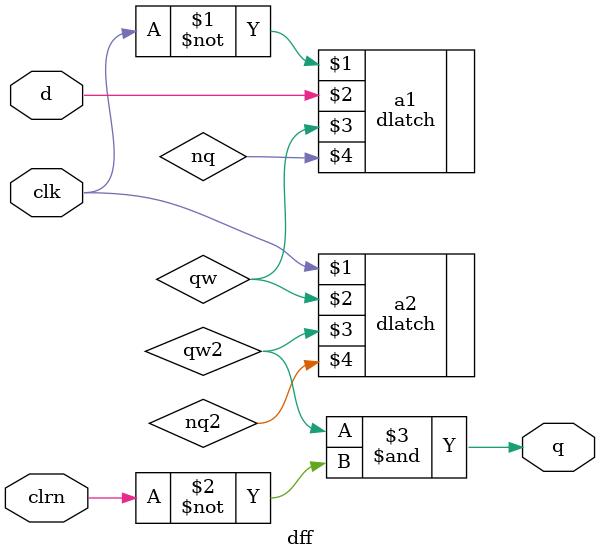
<source format=v>
module dff(d, clk, clrn, q);

	input d, clk, clrn;
	output q;
	wire nq , qw, qw2, nq2;

	dlatch a1(~clk, d, qw, nq);

	dlatch a2(clk, qw, qw2, nq2);

	assign q = qw2 & ~clrn;

	endmodule

	

</source>
